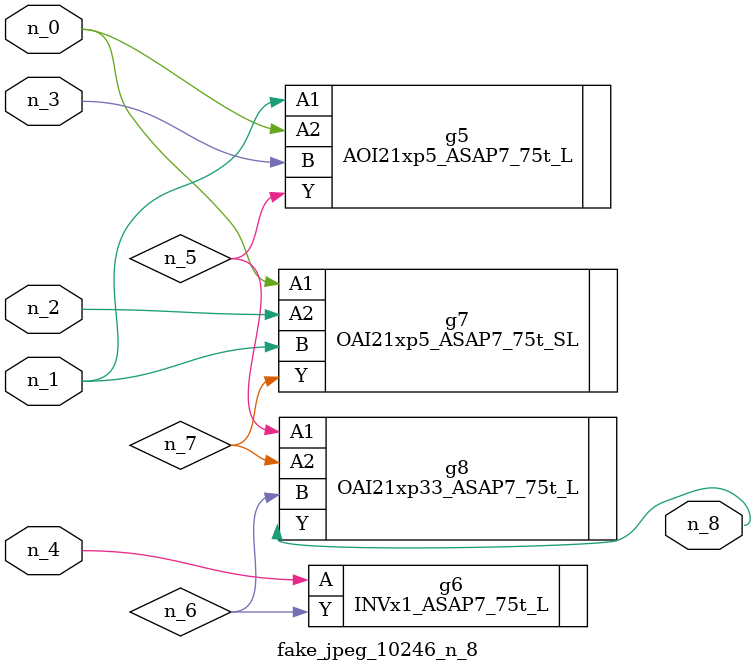
<source format=v>
module fake_jpeg_10246_n_8 (n_3, n_2, n_1, n_0, n_4, n_8);

input n_3;
input n_2;
input n_1;
input n_0;
input n_4;

output n_8;

wire n_6;
wire n_5;
wire n_7;

AOI21xp5_ASAP7_75t_L g5 ( 
.A1(n_1),
.A2(n_0),
.B(n_3),
.Y(n_5)
);

INVx1_ASAP7_75t_L g6 ( 
.A(n_4),
.Y(n_6)
);

OAI21xp5_ASAP7_75t_SL g7 ( 
.A1(n_0),
.A2(n_2),
.B(n_1),
.Y(n_7)
);

OAI21xp33_ASAP7_75t_L g8 ( 
.A1(n_5),
.A2(n_7),
.B(n_6),
.Y(n_8)
);


endmodule
</source>
